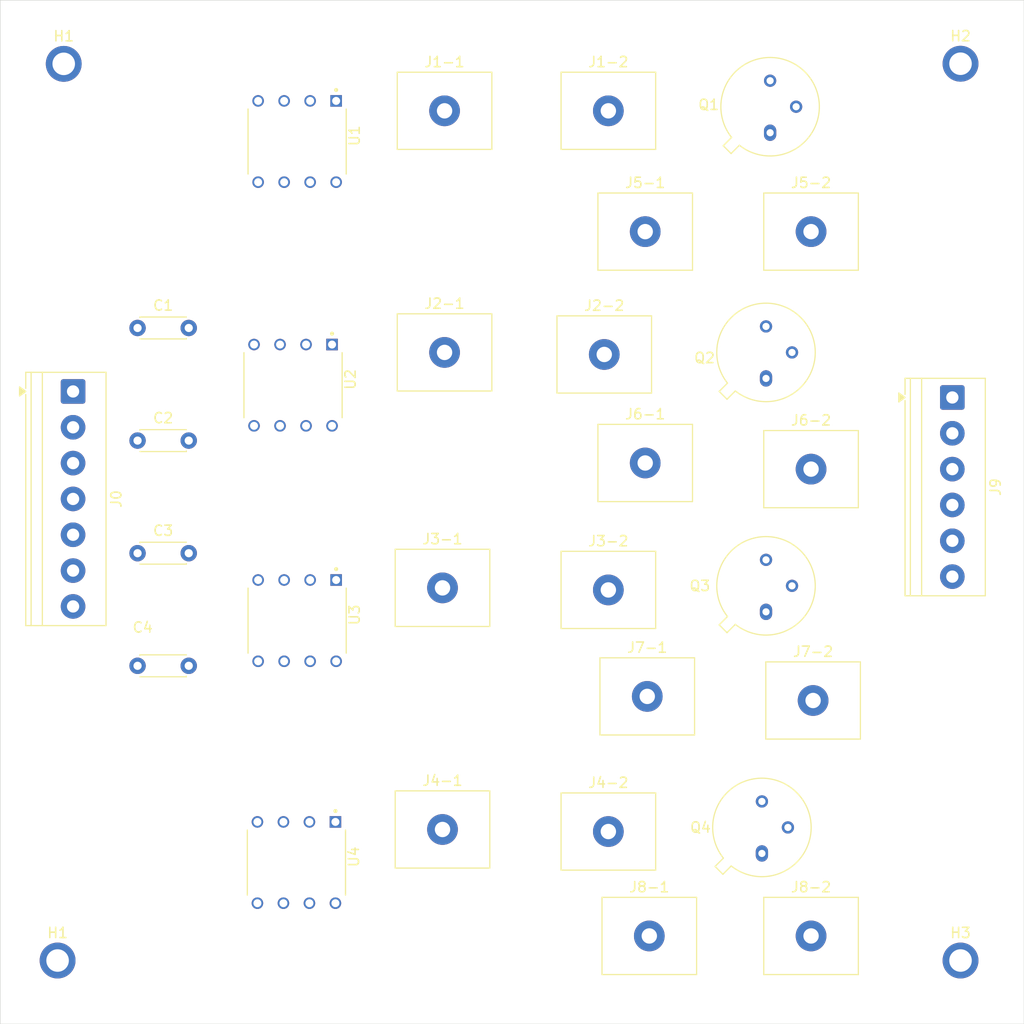
<source format=kicad_pcb>
(kicad_pcb (version 20241229) (generator "pcbnew") (generator_version "9.0")
  (layers (0 "F.Cu" signal) (2 "B.Cu" signal) (13 "F.Paste" user) (15 "B.Paste" user) (5 "F.SilkS" user "F.Silkscreen") (7 "B.SilkS" user "B.Silkscreen") (1 "F.Mask" user) (3 "B.Mask" user) (25 "Edge.Cuts" user))
  (net 0 "")
  (net 1 "GNDREF")
  (net 2 "Net-(J0-Pin_4)")
  (net 3 "Net-(J0-Pin_5)")
  (net 4 "Net-(J0-Pin_6)")
  (net 5 "Net-(J0-Pin_7)")
  (net 6 "Net-(J0-Pin_1)")
  (net 7 "Net-(J0-Pin_2)")
  (net 8 "Net-(J1-1-Pin_1)")
  (net 9 "Net-(J1-2-Pin_1)")
  (net 10 "Net-(J2-1-Pin_1)")
  (net 11 "Net-(J2-2-Pin_1)")
  (net 12 "Net-(J3-1-Pin_1)")
  (net 13 "Net-(J3-2-Pin_1)")
  (net 14 "Net-(J4-1-Pin_1)")
  (net 15 "Net-(J4-2-Pin_1)")
  (net 16 "Net-(J5-2-Pin_1)")
  (net 17 "Net-(J6-2-Pin_1)")
  (net 18 "Net-(J7-2-Pin_1)")
  (net 19 "Net-(J8-2-Pin_1)")
  (net 20 "Net-(J9-Pin_1)")
  (footprint "Capacitor_THT:C_Disc_D4.3mm_W1.9mm_P5.00mm" (layer "F.Cu") (at 13.412 54.012)
    (property "Reference" "C3" (at 2.5 -2.2 0) (layer "F.SilkS"))
    (property "Value" "10nF")
    (fp_line (start 0.23 -1.07) (end 4.77 -1.07) (stroke (width 0.12)) (layer "F.SilkS"))
    (fp_line (start 0.23 -1.014) (end 0.23 -1.07) (stroke (width 0.12)) (layer "F.SilkS"))
    (fp_line (start 4.77 1.014) (end 4.77 1.07) (stroke (width 0.12)) (layer "F.SilkS"))
    (fp_line (start 4.77 1.07) (end 0.23 1.07) (stroke (width 0.12)) (layer "F.SilkS"))
    (pad "1" thru_hole circle (at 0 0) (size 1.6 1.6) (drill 0.8) (layers "*.Cu" "*.Mask") (net 4 "Net-(J0-Pin_6)"))
    (pad "2" thru_hole circle (at 5 0) (size 1.6 1.6) (drill 0.8) (layers "*.Cu" "*.Mask") (net 1 "GNDREF"))
  )
  (footprint "TerminalBlock_MetzConnect:TerminalBlock_MetzConnect_360271_1x01_Horizontal_ScrewM3.0_Boxed" (layer "F.Cu") (at 63 22.6)
    (property "Reference" "J5-1" (at 0 -4.77 0) (layer "F.SilkS"))
    (property "Value" "Screw_Terminal_01x01" (hide yes))
    (fp_line (start -4.62 -3.77) (end 4.62 -3.77) (stroke (width 0.12)) (layer "F.SilkS"))
    (fp_line (start -4.62 3.77) (end -4.62 -3.77) (stroke (width 0.12)) (layer "F.SilkS"))
    (fp_line (start 4.62 -3.77) (end 4.62 3.77) (stroke (width 0.12)) (layer "F.SilkS"))
    (fp_line (start 4.62 3.77) (end -4.62 3.77) (stroke (width 0.12)) (layer "F.SilkS"))
    (pad "1" thru_hole circle (at 0 0) (size 3 3) (drill 1.5) (layers "*.Cu" "*.Mask") (net 1 "GNDREF"))
  )
  (footprint "Package_TO_SOT_THT:TO-39-3" (layer "F.Cu") (at 75.2 12.94 90)
    (property "Reference" "Q1" (at 2.73 -6 180) (layer "F.SilkS"))
    (property "Value" "2N2222")
    (fp_line (start -1.271018 -4.574693) (end -2.034693 -3.811018) (stroke (width 0.12)) (layer "F.SilkS"))
    (fp_line (start -2.034693 -3.811018) (end -1.22152 -2.997844) (stroke (width 0.12)) (layer "F.SilkS"))
    (fp_line (start -0.457844 -3.76152) (end -1.271018 -4.574693) (stroke (width 0.12)) (layer "F.SilkS"))
    (fp_arc (start -0.457844 -3.76152) (mid 5.941184 3.401184) (end -1.22152 -2.997844) (stroke (width 0.12)) (layer "F.SilkS"))
    (pad "1" thru_hole oval (at 0 0 90) (size 1.6 1.2) (drill 0.7) (layers "*.Cu" "*.Mask") (net 16 "Net-(J5-2-Pin_1)"))
    (pad "2" thru_hole circle (at 2.54 2.54 90) (size 1.2 1.2) (drill 0.7) (layers "*.Cu" "*.Mask") (net 9 "Net-(J1-2-Pin_1)"))
    (pad "3" thru_hole circle (at 5.08 0 90) (size 1.2 1.2) (drill 0.7) (layers "*.Cu" "*.Mask") (net 20 "Net-(J9-Pin_1)"))
  )
  (footprint "LM741_TH:LM741_TH" (layer "F.Cu") (at 29 60.6 -90)
    (property "Reference" "U3" (at -0.565 -5.607 270) (layer "F.SilkS"))
    (property "Value" "LM741")
    (fp_line (start -3.175 4.795) (end 3.175 4.795) (stroke (width 0.127)) (layer "F.SilkS"))
    (fp_line (start -3.175 -4.795) (end 3.175 -4.795) (stroke (width 0.127)) (layer "F.SilkS"))
    (fp_circle (center -5.035 -3.81) (end -4.935 -3.81) (stroke (width 0.2)) (fill no) (layer "F.SilkS"))
    (pad "1" thru_hole rect (at -3.97 -3.81 270) (size 1.13 1.13) (drill 0.78) (layers "*.Cu" "*.Mask"))
    (pad "2" thru_hole circle (at -3.97 -1.27 270) (size 1.13 1.13) (drill 0.78) (layers "*.Cu" "*.Mask") (net 12 "Net-(J3-1-Pin_1)"))
    (pad "3" thru_hole circle (at -3.97 1.27 270) (size 1.13 1.13) (drill 0.78) (layers "*.Cu" "*.Mask") (net 4 "Net-(J0-Pin_6)"))
    (pad "4" thru_hole circle (at -3.97 3.81 270) (size 1.13 1.13) (drill 0.78) (layers "*.Cu" "*.Mask") (net 7 "Net-(J0-Pin_2)"))
    (pad "5" thru_hole circle (at 3.97 3.81 270) (size 1.13 1.13) (drill 0.78) (layers "*.Cu" "*.Mask"))
    (pad "6" thru_hole circle (at 3.97 1.27 270) (size 1.13 1.13) (drill 0.78) (layers "*.Cu" "*.Mask") (net 12 "Net-(J3-1-Pin_1)"))
    (pad "7" thru_hole circle (at 3.97 -1.27 270) (size 1.13 1.13) (drill 0.78) (layers "*.Cu" "*.Mask") (net 6 "Net-(J0-Pin_1)"))
    (pad "8" thru_hole circle (at 3.97 -3.81 270) (size 1.13 1.13) (drill 0.78) (layers "*.Cu" "*.Mask"))
  )
  (footprint "MountingHole:MountingHole_2.2mm_M2_ISO7380_Pad" (layer "F.Cu") (at 5.6 93.8)
    (property "Reference" "H1" (at 0 -2.7 0) (layer "F.SilkS"))
    (property "Value" "MountingHole_2.2mm_M2_ISO7380_Pad" (hide yes))
    (pad "4" thru_hole circle (at 0 0) (size 3.5 3.5) (drill 2.2) (layers "*.Cu" "*.Mask"))
  )
  (footprint "TerminalBlock_MetzConnect:TerminalBlock_MetzConnect_360271_1x01_Horizontal_ScrewM3.0_Boxed" (layer "F.Cu") (at 79.4 68.4)
    (property "Reference" "J7-2" (at 0 -4.77 0) (layer "F.SilkS"))
    (property "Value" "Screw_Terminal_01x01" (hide yes))
    (fp_line (start -4.62 -3.77) (end 4.62 -3.77) (stroke (width 0.12)) (layer "F.SilkS"))
    (fp_line (start -4.62 3.77) (end -4.62 -3.77) (stroke (width 0.12)) (layer "F.SilkS"))
    (fp_line (start 4.62 -3.77) (end 4.62 3.77) (stroke (width 0.12)) (layer "F.SilkS"))
    (fp_line (start 4.62 3.77) (end -4.62 3.77) (stroke (width 0.12)) (layer "F.SilkS"))
    (pad "1" thru_hole circle (at 0 0) (size 3 3) (drill 1.5) (layers "*.Cu" "*.Mask") (net 18 "Net-(J7-2-Pin_1)"))
  )
  (footprint "TerminalBlock_MetzConnect:TerminalBlock_MetzConnect_360271_1x01_Horizontal_ScrewM3.0_Boxed" (layer "F.Cu") (at 59 34.6)
    (property "Reference" "J2-2" (at 0 -4.77 0) (layer "F.SilkS"))
    (property "Value" "Screw_Terminal_01x01" (hide yes))
    (fp_line (start -4.62 -3.77) (end 4.62 -3.77) (stroke (width 0.12)) (layer "F.SilkS"))
    (fp_line (start -4.62 3.77) (end -4.62 -3.77) (stroke (width 0.12)) (layer "F.SilkS"))
    (fp_line (start 4.62 -3.77) (end 4.62 3.77) (stroke (width 0.12)) (layer "F.SilkS"))
    (fp_line (start 4.62 3.77) (end -4.62 3.77) (stroke (width 0.12)) (layer "F.SilkS"))
    (pad "1" thru_hole circle (at 0 0) (size 3 3) (drill 1.5) (layers "*.Cu" "*.Mask") (net 11 "Net-(J2-2-Pin_1)"))
  )
  (footprint "TerminalBlock_MetzConnect:TerminalBlock_MetzConnect_360271_1x01_Horizontal_ScrewM3.0_Boxed" (layer "F.Cu") (at 79.2 22.6)
    (property "Reference" "J5-2" (at 0 -4.77 0) (layer "F.SilkS"))
    (property "Value" "Screw_Terminal_01x01" (hide yes))
    (fp_line (start -4.62 -3.77) (end 4.62 -3.77) (stroke (width 0.12)) (layer "F.SilkS"))
    (fp_line (start -4.62 3.77) (end -4.62 -3.77) (stroke (width 0.12)) (layer "F.SilkS"))
    (fp_line (start 4.62 -3.77) (end 4.62 3.77) (stroke (width 0.12)) (layer "F.SilkS"))
    (fp_line (start 4.62 3.77) (end -4.62 3.77) (stroke (width 0.12)) (layer "F.SilkS"))
    (pad "1" thru_hole circle (at 0 0) (size 3 3) (drill 1.5) (layers "*.Cu" "*.Mask") (net 16 "Net-(J5-2-Pin_1)"))
  )
  (footprint "LM741_TH:LM741_TH" (layer "F.Cu") (at 28.93 84.23 -90)
    (property "Reference" "U4" (at -0.565 -5.607 270) (layer "F.SilkS"))
    (property "Value" "LM741")
    (fp_line (start -3.175 4.795) (end 3.175 4.795) (stroke (width 0.127)) (layer "F.SilkS"))
    (fp_line (start -3.175 -4.795) (end 3.175 -4.795) (stroke (width 0.127)) (layer "F.SilkS"))
    (fp_circle (center -5.035 -3.81) (end -4.935 -3.81) (stroke (width 0.2)) (fill no) (layer "F.SilkS"))
    (pad "1" thru_hole rect (at -3.97 -3.81 270) (size 1.13 1.13) (drill 0.78) (layers "*.Cu" "*.Mask"))
    (pad "2" thru_hole circle (at -3.97 -1.27 270) (size 1.13 1.13) (drill 0.78) (layers "*.Cu" "*.Mask") (net 14 "Net-(J4-1-Pin_1)"))
    (pad "3" thru_hole circle (at -3.97 1.27 270) (size 1.13 1.13) (drill 0.78) (layers "*.Cu" "*.Mask") (net 5 "Net-(J0-Pin_7)"))
    (pad "4" thru_hole circle (at -3.97 3.81 270) (size 1.13 1.13) (drill 0.78) (layers "*.Cu" "*.Mask") (net 7 "Net-(J0-Pin_2)"))
    (pad "5" thru_hole circle (at 3.97 3.81 270) (size 1.13 1.13) (drill 0.78) (layers "*.Cu" "*.Mask"))
    (pad "6" thru_hole circle (at 3.97 1.27 270) (size 1.13 1.13) (drill 0.78) (layers "*.Cu" "*.Mask") (net 14 "Net-(J4-1-Pin_1)"))
    (pad "7" thru_hole circle (at 3.97 -1.27 270) (size 1.13 1.13) (drill 0.78) (layers "*.Cu" "*.Mask") (net 6 "Net-(J0-Pin_1)"))
    (pad "8" thru_hole circle (at 3.97 -3.81 270) (size 1.13 1.13) (drill 0.78) (layers "*.Cu" "*.Mask"))
  )
  (footprint "Package_TO_SOT_THT:TO-39-3" (layer "F.Cu") (at 74.8 59.74 90)
    (property "Reference" "Q3" (at 2.54 -6.46 180) (layer "F.SilkS"))
    (property "Value" "2N2222")
    (fp_line (start -1.271018 -4.574693) (end -2.034693 -3.811018) (stroke (width 0.12)) (layer "F.SilkS"))
    (fp_line (start -2.034693 -3.811018) (end -1.22152 -2.997844) (stroke (width 0.12)) (layer "F.SilkS"))
    (fp_line (start -0.457844 -3.76152) (end -1.271018 -4.574693) (stroke (width 0.12)) (layer "F.SilkS"))
    (fp_arc (start -0.457844 -3.76152) (mid 5.941184 3.401184) (end -1.22152 -2.997844) (stroke (width 0.12)) (layer "F.SilkS"))
    (pad "1" thru_hole oval (at 0 0 90) (size 1.6 1.2) (drill 0.7) (layers "*.Cu" "*.Mask") (net 18 "Net-(J7-2-Pin_1)"))
    (pad "2" thru_hole circle (at 2.54 2.54 90) (size 1.2 1.2) (drill 0.7) (layers "*.Cu" "*.Mask") (net 13 "Net-(J3-2-Pin_1)"))
    (pad "3" thru_hole circle (at 5.08 0 90) (size 1.2 1.2) (drill 0.7) (layers "*.Cu" "*.Mask") (net 20 "Net-(J9-Pin_1)"))
  )
  (footprint "TerminalBlock_MetzConnect:TerminalBlock_MetzConnect_360271_1x01_Horizontal_ScrewM3.0_Boxed" (layer "F.Cu") (at 63.2 68)
    (property "Reference" "J7-1" (at 0 -4.77 0) (layer "F.SilkS"))
    (property "Value" "Screw_Terminal_01x01" (hide yes))
    (fp_line (start -4.62 -3.77) (end 4.62 -3.77) (stroke (width 0.12)) (layer "F.SilkS"))
    (fp_line (start -4.62 3.77) (end -4.62 -3.77) (stroke (width 0.12)) (layer "F.SilkS"))
    (fp_line (start 4.62 -3.77) (end 4.62 3.77) (stroke (width 0.12)) (layer "F.SilkS"))
    (fp_line (start 4.62 3.77) (end -4.62 3.77) (stroke (width 0.12)) (layer "F.SilkS"))
    (pad "1" thru_hole circle (at 0 0) (size 3 3) (drill 1.5) (layers "*.Cu" "*.Mask") (net 1 "GNDREF"))
  )
  (footprint "TerminalBlock_MetzConnect:TerminalBlock_MetzConnect_360271_1x01_Horizontal_ScrewM3.0_Boxed" (layer "F.Cu") (at 43.4 10.8)
    (property "Reference" "J1-1" (at 0 -4.77 0) (layer "F.SilkS"))
    (property "Value" "Screw_Terminal_01x01" (hide yes))
    (fp_line (start -4.62 -3.77) (end 4.62 -3.77) (stroke (width 0.12)) (layer "F.SilkS"))
    (fp_line (start -4.62 3.77) (end -4.62 -3.77) (stroke (width 0.12)) (layer "F.SilkS"))
    (fp_line (start 4.62 -3.77) (end 4.62 3.77) (stroke (width 0.12)) (layer "F.SilkS"))
    (fp_line (start 4.62 3.77) (end -4.62 3.77) (stroke (width 0.12)) (layer "F.SilkS"))
    (pad "1" thru_hole circle (at 0 0) (size 3 3) (drill 1.5) (layers "*.Cu" "*.Mask") (net 8 "Net-(J1-1-Pin_1)"))
  )
  (footprint "TerminalBlock_MetzConnect:TerminalBlock_MetzConnect_360271_1x01_Horizontal_ScrewM3.0_Boxed" (layer "F.Cu") (at 79.2 45.8)
    (property "Reference" "J6-2" (at 0 -4.77 0) (layer "F.SilkS"))
    (property "Value" "Screw_Terminal_01x01" (hide yes))
    (fp_line (start -4.62 -3.77) (end 4.62 -3.77) (stroke (width 0.12)) (layer "F.SilkS"))
    (fp_line (start -4.62 3.77) (end -4.62 -3.77) (stroke (width 0.12)) (layer "F.SilkS"))
    (fp_line (start 4.62 -3.77) (end 4.62 3.77) (stroke (width 0.12)) (layer "F.SilkS"))
    (fp_line (start 4.62 3.77) (end -4.62 3.77) (stroke (width 0.12)) (layer "F.SilkS"))
    (pad "1" thru_hole circle (at 0 0) (size 3 3) (drill 1.5) (layers "*.Cu" "*.Mask") (net 17 "Net-(J6-2-Pin_1)"))
  )
  (footprint "Capacitor_THT:C_Disc_D4.3mm_W1.9mm_P5.00mm" (layer "F.Cu") (at 13.412 43.012)
    (property "Reference" "C2" (at 2.5 -2.2 0) (layer "F.SilkS"))
    (property "Value" "10nF")
    (fp_line (start 0.23 -1.07) (end 4.77 -1.07) (stroke (width 0.12)) (layer "F.SilkS"))
    (fp_line (start 0.23 -1.014) (end 0.23 -1.07) (stroke (width 0.12)) (layer "F.SilkS"))
    (fp_line (start 4.77 1.014) (end 4.77 1.07) (stroke (width 0.12)) (layer "F.SilkS"))
    (fp_line (start 4.77 1.07) (end 0.23 1.07) (stroke (width 0.12)) (layer "F.SilkS"))
    (pad "1" thru_hole circle (at 0 0) (size 1.6 1.6) (drill 0.8) (layers "*.Cu" "*.Mask") (net 3 "Net-(J0-Pin_5)"))
    (pad "2" thru_hole circle (at 5 0) (size 1.6 1.6) (drill 0.8) (layers "*.Cu" "*.Mask") (net 1 "GNDREF"))
  )
  (footprint "TerminalBlock_MetzConnect:TerminalBlock_MetzConnect_360271_1x01_Horizontal_ScrewM3.0_Boxed" (layer "F.Cu") (at 59.4 57.6)
    (property "Reference" "J3-2" (at 0 -4.77 0) (layer "F.SilkS"))
    (property "Value" "Screw_Terminal_01x01" (hide yes))
    (fp_line (start -4.62 -3.77) (end 4.62 -3.77) (stroke (width 0.12)) (layer "F.SilkS"))
    (fp_line (start -4.62 3.77) (end -4.62 -3.77) (stroke (width 0.12)) (layer "F.SilkS"))
    (fp_line (start 4.62 -3.77) (end 4.62 3.77) (stroke (width 0.12)) (layer "F.SilkS"))
    (fp_line (start 4.62 3.77) (end -4.62 3.77) (stroke (width 0.12)) (layer "F.SilkS"))
    (pad "1" thru_hole circle (at 0 0) (size 3 3) (drill 1.5) (layers "*.Cu" "*.Mask") (net 13 "Net-(J3-2-Pin_1)"))
  )
  (footprint "TerminalBlock_MetzConnect:TerminalBlock_MetzConnect_360271_1x01_Horizontal_ScrewM3.0_Boxed" (layer "F.Cu") (at 59.4 81.2)
    (property "Reference" "J4-2" (at 0 -4.77 0) (layer "F.SilkS"))
    (property "Value" "Screw_Terminal_01x01" (hide yes))
    (fp_line (start -4.62 -3.77) (end 4.62 -3.77) (stroke (width 0.12)) (layer "F.SilkS"))
    (fp_line (start -4.62 3.77) (end -4.62 -3.77) (stroke (width 0.12)) (layer "F.SilkS"))
    (fp_line (start 4.62 -3.77) (end 4.62 3.77) (stroke (width 0.12)) (layer "F.SilkS"))
    (fp_line (start 4.62 3.77) (end -4.62 3.77) (stroke (width 0.12)) (layer "F.SilkS"))
    (pad "1" thru_hole circle (at 0 0) (size 3 3) (drill 1.5) (layers "*.Cu" "*.Mask") (net 15 "Net-(J4-2-Pin_1)"))
  )
  (footprint "TerminalBlock_MetzConnect:TerminalBlock_MetzConnect_360271_1x01_Horizontal_ScrewM3.0_Boxed" (layer "F.Cu") (at 79.2 91.4)
    (property "Reference" "J8-2" (at 0 -4.77 0) (layer "F.SilkS"))
    (property "Value" "Screw_Terminal_01x01" (hide yes))
    (fp_line (start -4.62 -3.77) (end 4.62 -3.77) (stroke (width 0.12)) (layer "F.SilkS"))
    (fp_line (start -4.62 3.77) (end -4.62 -3.77) (stroke (width 0.12)) (layer "F.SilkS"))
    (fp_line (start 4.62 -3.77) (end 4.62 3.77) (stroke (width 0.12)) (layer "F.SilkS"))
    (fp_line (start 4.62 3.77) (end -4.62 3.77) (stroke (width 0.12)) (layer "F.SilkS"))
    (pad "1" thru_hole circle (at 0 0) (size 3 3) (drill 1.5) (layers "*.Cu" "*.Mask") (net 19 "Net-(J8-2-Pin_1)"))
  )
  (footprint "Capacitor_THT:C_Disc_D4.3mm_W1.9mm_P5.00mm" (layer "F.Cu") (at 13.412 65.012)
    (property "Reference" "C4" (at 0.5 -3.75 0) (layer "F.SilkS"))
    (property "Value" "10nF")
    (fp_line (start 0.23 -1.07) (end 4.77 -1.07) (stroke (width 0.12)) (layer "F.SilkS"))
    (fp_line (start 0.23 -1.014) (end 0.23 -1.07) (stroke (width 0.12)) (layer "F.SilkS"))
    (fp_line (start 4.77 1.014) (end 4.77 1.07) (stroke (width 0.12)) (layer "F.SilkS"))
    (fp_line (start 4.77 1.07) (end 0.23 1.07) (stroke (width 0.12)) (layer "F.SilkS"))
    (pad "1" thru_hole circle (at 0 0) (size 1.6 1.6) (drill 0.8) (layers "*.Cu" "*.Mask") (net 5 "Net-(J0-Pin_7)"))
    (pad "2" thru_hole circle (at 5 0) (size 1.6 1.6) (drill 0.8) (layers "*.Cu" "*.Mask") (net 1 "GNDREF"))
  )
  (footprint "TerminalBlock_Phoenix:TerminalBlock_Phoenix_PT-1,5-7-3.5-H_1x07_P3.50mm_Horizontal" (layer "F.Cu") (at 7.112 38.212 -90)
    (property "Reference" "J0" (at 10.5 -4.22 90) (layer "F.SilkS"))
    (property "Value" "Screw_Terminal_01x07" (hide yes))
    (fp_line (start -1.87 4.62) (end -1.87 -3.22) (stroke (width 0.12)) (layer "F.SilkS"))
    (fp_line (start -0.3 4.62) (end -1.87 4.62) (stroke (width 0.12)) (layer "F.SilkS"))
    (fp_line (start 22.87 4.62) (end 0.3 4.62) (stroke (width 0.12)) (layer "F.SilkS"))
    (fp_line (start -1.87 4.1) (end 22.87 4.1) (stroke (width 0.12)) (layer "F.SilkS"))
    (fp_line (start -1.87 3) (end 22.87 3) (stroke (width 0.12)) (layer "F.SilkS"))
    (fp_line (start -1.87 -3.22) (end 22.87 -3.22) (stroke (width 0.12)) (layer "F.SilkS"))
    (fp_line (start 22.87 -3.22) (end 22.87 4.62) (stroke (width 0.12)) (layer "F.SilkS"))
    (fp_poly (pts (xy 0 4.62) (xy 0.44 5.23) (xy -0.44 5.23)) (stroke (width 0.12)) (fill yes) (layer "F.SilkS"))
    (pad "1" thru_hole roundrect (at 0 0 270) (size 2.4 2.4) (drill 1.2) (layers "*.Cu" "*.Mask") (roundrect_rratio 0.104167) (net 6 "Net-(J0-Pin_1)"))
    (pad "2" thru_hole circle (at 3.5 0 270) (size 2.4 2.4) (drill 1.2) (layers "*.Cu" "*.Mask") (net 7 "Net-(J0-Pin_2)"))
    (pad "3" thru_hole circle (at 7 0 270) (size 2.4 2.4) (drill 1.2) (layers "*.Cu" "*.Mask") (net 1 "GNDREF"))
    (pad "4" thru_hole circle (at 10.5 0 270) (size 2.4 2.4) (drill 1.2) (layers "*.Cu" "*.Mask") (net 2 "Net-(J0-Pin_4)"))
    (pad "5" thru_hole circle (at 14 0 270) (size 2.4 2.4) (drill 1.2) (layers "*.Cu" "*.Mask") (net 3 "Net-(J0-Pin_5)"))
    (pad "6" thru_hole circle (at 17.5 0 270) (size 2.4 2.4) (drill 1.2) (layers "*.Cu" "*.Mask") (net 4 "Net-(J0-Pin_6)"))
    (pad "7" thru_hole circle (at 21 0 270) (size 2.4 2.4) (drill 1.2) (layers "*.Cu" "*.Mask") (net 5 "Net-(J0-Pin_7)"))
  )
  (footprint "MountingHole:MountingHole_2.2mm_M2_ISO7380_Pad" (layer "F.Cu") (at 93.8 93.8)
    (property "Reference" "H3" (at 0 -2.7 0) (layer "F.SilkS"))
    (property "Value" "MountingHole_2.2mm_M2_ISO7380_Pad" (hide yes))
    (pad "3" thru_hole circle (at 0 0) (size 3.5 3.5) (drill 2.2) (layers "*.Cu" "*.Mask"))
  )
  (footprint "TerminalBlock_MetzConnect:TerminalBlock_MetzConnect_360271_1x01_Horizontal_ScrewM3.0_Boxed" (layer "F.Cu") (at 43.2 57.4)
    (property "Reference" "J3-1" (at 0 -4.77 0) (layer "F.SilkS"))
    (property "Value" "Screw_Terminal_01x01" (hide yes))
    (fp_line (start -4.62 -3.77) (end 4.62 -3.77) (stroke (width 0.12)) (layer "F.SilkS"))
    (fp_line (start -4.62 3.77) (end -4.62 -3.77) (stroke (width 0.12)) (layer "F.SilkS"))
    (fp_line (start 4.62 -3.77) (end 4.62 3.77) (stroke (width 0.12)) (layer "F.SilkS"))
    (fp_line (start 4.62 3.77) (end -4.62 3.77) (stroke (width 0.12)) (layer "F.SilkS"))
    (pad "1" thru_hole circle (at 0 0) (size 3 3) (drill 1.5) (layers "*.Cu" "*.Mask") (net 12 "Net-(J3-1-Pin_1)"))
  )
  (footprint "LM741_TH:LM741_TH" (layer "F.Cu") (at 28.6 37.6 -90)
    (property "Reference" "U2" (at -0.565 -5.607 270) (layer "F.SilkS"))
    (property "Value" "LM741")
    (fp_line (start -3.175 4.795) (end 3.175 4.795) (stroke (width 0.127)) (layer "F.SilkS"))
    (fp_line (start -3.175 -4.795) (end 3.175 -4.795) (stroke (width 0.127)) (layer "F.SilkS"))
    (fp_circle (center -5.035 -3.81) (end -4.935 -3.81) (stroke (width 0.2)) (fill no) (layer "F.SilkS"))
    (pad "1" thru_hole rect (at -3.97 -3.81 270) (size 1.13 1.13) (drill 0.78) (layers "*.Cu" "*.Mask"))
    (pad "2" thru_hole circle (at -3.97 -1.27 270) (size 1.13 1.13) (drill 0.78) (layers "*.Cu" "*.Mask") (net 10 "Net-(J2-1-Pin_1)"))
    (pad "3" thru_hole circle (at -3.97 1.27 270) (size 1.13 1.13) (drill 0.78) (layers "*.Cu" "*.Mask") (net 3 "Net-(J0-Pin_5)"))
    (pad "4" thru_hole circle (at -3.97 3.81 270) (size 1.13 1.13) (drill 0.78) (layers "*.Cu" "*.Mask") (net 7 "Net-(J0-Pin_2)"))
    (pad "5" thru_hole circle (at 3.97 3.81 270) (size 1.13 1.13) (drill 0.78) (layers "*.Cu" "*.Mask"))
    (pad "6" thru_hole circle (at 3.97 1.27 270) (size 1.13 1.13) (drill 0.78) (layers "*.Cu" "*.Mask") (net 10 "Net-(J2-1-Pin_1)"))
    (pad "7" thru_hole circle (at 3.97 -1.27 270) (size 1.13 1.13) (drill 0.78) (layers "*.Cu" "*.Mask") (net 6 "Net-(J0-Pin_1)"))
    (pad "8" thru_hole circle (at 3.97 -3.81 270) (size 1.13 1.13) (drill 0.78) (layers "*.Cu" "*.Mask"))
  )
  (footprint "TerminalBlock_MetzConnect:TerminalBlock_MetzConnect_360271_1x01_Horizontal_ScrewM3.0_Boxed" (layer "F.Cu") (at 63.4 91.4)
    (property "Reference" "J8-1" (at 0 -4.77 0) (layer "F.SilkS"))
    (property "Value" "Screw_Terminal_01x01" (hide yes))
    (fp_line (start -4.62 -3.77) (end 4.62 -3.77) (stroke (width 0.12)) (layer "F.SilkS"))
    (fp_line (start -4.62 3.77) (end -4.62 -3.77) (stroke (width 0.12)) (layer "F.SilkS"))
    (fp_line (start 4.62 -3.77) (end 4.62 3.77) (stroke (width 0.12)) (layer "F.SilkS"))
    (fp_line (start 4.62 3.77) (end -4.62 3.77) (stroke (width 0.12)) (layer "F.SilkS"))
    (pad "1" thru_hole circle (at 0 0) (size 3 3) (drill 1.5) (layers "*.Cu" "*.Mask") (net 1 "GNDREF"))
  )
  (footprint "MountingHole:MountingHole_2.2mm_M2_ISO7380_Pad" (layer "F.Cu") (at 6.2 6.212)
    (property "Reference" "H1" (at 0 -2.7 0) (layer "F.SilkS"))
    (property "Value" "MountingHole_2.2mm_M2_ISO7380_Pad" (hide yes))
    (pad "1" thru_hole circle (at 0 0) (size 3.5 3.5) (drill 2.2) (layers "*.Cu" "*.Mask"))
  )
  (footprint "Capacitor_THT:C_Disc_D4.3mm_W1.9mm_P5.00mm" (layer "F.Cu") (at 13.412 32.012)
    (property "Reference" "C1" (at 2.5 -2.2 0) (layer "F.SilkS"))
    (property "Value" "10nF")
    (fp_line (start 0.23 -1.07) (end 4.77 -1.07) (stroke (width 0.12)) (layer "F.SilkS"))
    (fp_line (start 0.23 -1.014) (end 0.23 -1.07) (stroke (width 0.12)) (layer "F.SilkS"))
    (fp_line (start 4.77 1.014) (end 4.77 1.07) (stroke (width 0.12)) (layer "F.SilkS"))
    (fp_line (start 4.77 1.07) (end 0.23 1.07) (stroke (width 0.12)) (layer "F.SilkS"))
    (pad "1" thru_hole circle (at 0 0) (size 1.6 1.6) (drill 0.8) (layers "*.Cu" "*.Mask") (net 2 "Net-(J0-Pin_4)"))
    (pad "2" thru_hole circle (at 5 0) (size 1.6 1.6) (drill 0.8) (layers "*.Cu" "*.Mask") (net 1 "GNDREF"))
  )
  (footprint "Package_TO_SOT_THT:TO-39-3" (layer "F.Cu") (at 74.8 36.94 90)
    (property "Reference" "Q2" (at 2 -6 0) (layer "F.SilkS"))
    (property "Value" "2N2222")
    (fp_line (start -1.271018 -4.574693) (end -2.034693 -3.811018) (stroke (width 0.12)) (layer "F.SilkS"))
    (fp_line (start -2.034693 -3.811018) (end -1.22152 -2.997844) (stroke (width 0.12)) (layer "F.SilkS"))
    (fp_line (start -0.457844 -3.76152) (end -1.271018 -4.574693) (stroke (width 0.12)) (layer "F.SilkS"))
    (fp_arc (start -0.457844 -3.76152) (mid 5.941184 3.401184) (end -1.22152 -2.997844) (stroke (width 0.12)) (layer "F.SilkS"))
    (pad "1" thru_hole oval (at 0 0 90) (size 1.6 1.2) (drill 0.7) (layers "*.Cu" "*.Mask") (net 17 "Net-(J6-2-Pin_1)"))
    (pad "2" thru_hole circle (at 2.54 2.54 90) (size 1.2 1.2) (drill 0.7) (layers "*.Cu" "*.Mask") (net 11 "Net-(J2-2-Pin_1)"))
    (pad "3" thru_hole circle (at 5.08 0 90) (size 1.2 1.2) (drill 0.7) (layers "*.Cu" "*.Mask") (net 20 "Net-(J9-Pin_1)"))
  )
  (footprint "Package_TO_SOT_THT:TO-39-3" (layer "F.Cu") (at 74.4 83.34 90)
    (property "Reference" "Q4" (at 2.54 -6 180) (layer "F.SilkS"))
    (property "Value" "2N2222")
    (fp_line (start -1.271018 -4.574693) (end -2.034693 -3.811018) (stroke (width 0.12)) (layer "F.SilkS"))
    (fp_line (start -2.034693 -3.811018) (end -1.22152 -2.997844) (stroke (width 0.12)) (layer "F.SilkS"))
    (fp_line (start -0.457844 -3.76152) (end -1.271018 -4.574693) (stroke (width 0.12)) (layer "F.SilkS"))
    (fp_arc (start -0.457844 -3.76152) (mid 5.941184 3.401184) (end -1.22152 -2.997844) (stroke (width 0.12)) (layer "F.SilkS"))
    (pad "1" thru_hole oval (at 0 0 90) (size 1.6 1.2) (drill 0.7) (layers "*.Cu" "*.Mask") (net 19 "Net-(J8-2-Pin_1)"))
    (pad "2" thru_hole circle (at 2.54 2.54 90) (size 1.2 1.2) (drill 0.7) (layers "*.Cu" "*.Mask") (net 15 "Net-(J4-2-Pin_1)"))
    (pad "3" thru_hole circle (at 5.08 0 90) (size 1.2 1.2) (drill 0.7) (layers "*.Cu" "*.Mask") (net 20 "Net-(J9-Pin_1)"))
  )
  (footprint "TerminalBlock_MetzConnect:TerminalBlock_MetzConnect_360271_1x01_Horizontal_ScrewM3.0_Boxed" (layer "F.Cu") (at 43.2 81)
    (property "Reference" "J4-1" (at 0 -4.77 0) (layer "F.SilkS"))
    (property "Value" "Screw_Terminal_01x01" (hide yes))
    (fp_line (start -4.62 -3.77) (end 4.62 -3.77) (stroke (width 0.12)) (layer "F.SilkS"))
    (fp_line (start -4.62 3.77) (end -4.62 -3.77) (stroke (width 0.12)) (layer "F.SilkS"))
    (fp_line (start 4.62 -3.77) (end 4.62 3.77) (stroke (width 0.12)) (layer "F.SilkS"))
    (fp_line (start 4.62 3.77) (end -4.62 3.77) (stroke (width 0.12)) (layer "F.SilkS"))
    (pad "1" thru_hole circle (at 0 0) (size 3 3) (drill 1.5) (layers "*.Cu" "*.Mask") (net 14 "Net-(J4-1-Pin_1)"))
  )
  (footprint "MountingHole:MountingHole_2.2mm_M2_ISO7380_Pad" (layer "F.Cu") (at 93.8 6.2)
    (property "Reference" "H2" (at 0 -2.7 0) (layer "F.SilkS"))
    (property "Value" "MountingHole_2.2mm_M2_ISO7380_Pad" (hide yes))
    (pad "2" thru_hole circle (at 0 0) (size 3.5 3.5) (drill 2.2) (layers "*.Cu" "*.Mask"))
  )
  (footprint "TerminalBlock_MetzConnect:TerminalBlock_MetzConnect_360271_1x01_Horizontal_ScrewM3.0_Boxed" (layer "F.Cu") (at 43.4 34.4)
    (property "Reference" "J2-1" (at 0 -4.77 0) (layer "F.SilkS"))
    (property "Value" "Screw_Terminal_01x01" (hide yes))
    (fp_line (start -4.62 -3.77) (end 4.62 -3.77) (stroke (width 0.12)) (layer "F.SilkS"))
    (fp_line (start -4.62 3.77) (end -4.62 -3.77) (stroke (width 0.12)) (layer "F.SilkS"))
    (fp_line (start 4.62 -3.77) (end 4.62 3.77) (stroke (width 0.12)) (layer "F.SilkS"))
    (fp_line (start 4.62 3.77) (end -4.62 3.77) (stroke (width 0.12)) (layer "F.SilkS"))
    (pad "1" thru_hole circle (at 0 0) (size 3 3) (drill 1.5) (layers "*.Cu" "*.Mask") (net 10 "Net-(J2-1-Pin_1)"))
  )
  (footprint "LM741_TH:LM741_TH" (layer "F.Cu") (at 29 13.8 -90)
    (property "Reference" "U1" (at -0.565 -5.607 270) (layer "F.SilkS"))
    (property "Value" "LM741")
    (fp_line (start -3.175 4.795) (end 3.175 4.795) (stroke (width 0.127)) (layer "F.SilkS"))
    (fp_line (start -3.175 -4.795) (end 3.175 -4.795) (stroke (width 0.127)) (layer "F.SilkS"))
    (fp_circle (center -5.035 -3.81) (end -4.935 -3.81) (stroke (width 0.2)) (fill no) (layer "F.SilkS"))
    (pad "1" thru_hole rect (at -3.97 -3.81 270) (size 1.13 1.13) (drill 0.78) (layers "*.Cu" "*.Mask"))
    (pad "2" thru_hole circle (at -3.97 -1.27 270) (size 1.13 1.13) (drill 0.78) (layers "*.Cu" "*.Mask") (net 8 "Net-(J1-1-Pin_1)"))
    (pad "3" thru_hole circle (at -3.97 1.27 270) (size 1.13 1.13) (drill 0.78) (layers "*.Cu" "*.Mask") (net 2 "Net-(J0-Pin_4)"))
    (pad "4" thru_hole circle (at -3.97 3.81 270) (size 1.13 1.13) (drill 0.78) (layers "*.Cu" "*.Mask") (net 7 "Net-(J0-Pin_2)"))
    (pad "5" thru_hole circle (at 3.97 3.81 270) (size 1.13 1.13) (drill 0.78) (layers "*.Cu" "*.Mask"))
    (pad "6" thru_hole circle (at 3.97 1.27 270) (size 1.13 1.13) (drill 0.78) (layers "*.Cu" "*.Mask") (net 8 "Net-(J1-1-Pin_1)"))
    (pad "7" thru_hole circle (at 3.97 -1.27 270) (size 1.13 1.13) (drill 0.78) (layers "*.Cu" "*.Mask") (net 6 "Net-(J0-Pin_1)"))
    (pad "8" thru_hole circle (at 3.97 -3.81 270) (size 1.13 1.13) (drill 0.78) (layers "*.Cu" "*.Mask"))
  )
  (footprint "TerminalBlock_MetzConnect:TerminalBlock_MetzConnect_360271_1x01_Horizontal_ScrewM3.0_Boxed" (layer "F.Cu") (at 63 45.2)
    (property "Reference" "J6-1" (at 0 -4.77 0) (layer "F.SilkS"))
    (property "Value" "Screw_Terminal_01x01" (hide yes))
    (fp_line (start -4.62 -3.77) (end 4.62 -3.77) (stroke (width 0.12)) (layer "F.SilkS"))
    (fp_line (start -4.62 3.77) (end -4.62 -3.77) (stroke (width 0.12)) (layer "F.SilkS"))
    (fp_line (start 4.62 -3.77) (end 4.62 3.77) (stroke (width 0.12)) (layer "F.SilkS"))
    (fp_line (start 4.62 3.77) (end -4.62 3.77) (stroke (width 0.12)) (layer "F.SilkS"))
    (pad "1" thru_hole circle (at 0 0) (size 3 3) (drill 1.5) (layers "*.Cu" "*.Mask") (net 1 "GNDREF"))
  )
  (footprint "TerminalBlock_Phoenix:TerminalBlock_Phoenix_PT-1,5-6-3.5-H_1x06_P3.50mm_Horizontal" (layer "F.Cu") (at 93 38.8 -90)
    (property "Reference" "J9" (at 8.75 -4.22 90) (layer "F.SilkS"))
    (property "Value" "Screw_Terminal_01x06" (hide yes))
    (fp_line (start -1.87 4.62) (end -1.87 -3.22) (stroke (width 0.12)) (layer "F.SilkS"))
    (fp_line (start -0.3 4.62) (end -1.87 4.62) (stroke (width 0.12)) (layer "F.SilkS"))
    (fp_line (start 19.37 4.62) (end 0.3 4.62) (stroke (width 0.12)) (layer "F.SilkS"))
    (fp_line (start -1.87 4.1) (end 19.37 4.1) (stroke (width 0.12)) (layer "F.SilkS"))
    (fp_line (start -1.87 3) (end 19.37 3) (stroke (width 0.12)) (layer "F.SilkS"))
    (fp_line (start -1.87 -3.22) (end 19.37 -3.22) (stroke (width 0.12)) (layer "F.SilkS"))
    (fp_line (start 19.37 -3.22) (end 19.37 4.62) (stroke (width 0.12)) (layer "F.SilkS"))
    (fp_poly (pts (xy 0 4.62) (xy 0.44 5.23) (xy -0.44 5.23)) (stroke (width 0.12)) (fill yes) (layer "F.SilkS"))
    (pad "1" thru_hole roundrect (at 0 0 270) (size 2.4 2.4) (drill 1.2) (layers "*.Cu" "*.Mask") (roundrect_rratio 0.104167) (net 20 "Net-(J9-Pin_1)"))
    (pad "2" thru_hole circle (at 3.5 0 270) (size 2.4 2.4) (drill 1.2) (layers "*.Cu" "*.Mask") (net 1 "GNDREF"))
    (pad "3" thru_hole circle (at 7 0 270) (size 2.4 2.4) (drill 1.2) (layers "*.Cu" "*.Mask") (net 16 "Net-(J5-2-Pin_1)"))
    (pad "4" thru_hole circle (at 10.5 0 270) (size 2.4 2.4) (drill 1.2) (layers "*.Cu" "*.Mask") (net 17 "Net-(J6-2-Pin_1)"))
    (pad "5" thru_hole circle (at 14 0 270) (size 2.4 2.4) (drill 1.2) (layers "*.Cu" "*.Mask") (net 18 "Net-(J7-2-Pin_1)"))
    (pad "6" thru_hole circle (at 17.5 0 270) (size 2.4 2.4) (drill 1.2) (layers "*.Cu" "*.Mask") (net 19 "Net-(J8-2-Pin_1)"))
  )
  (footprint "TerminalBlock_MetzConnect:TerminalBlock_MetzConnect_360271_1x01_Horizontal_ScrewM3.0_Boxed" (layer "F.Cu") (at 59.4 10.8)
    (property "Reference" "J1-2" (at 0 -4.77 0) (layer "F.SilkS"))
    (property "Value" "Screw_Terminal_01x01" (hide yes))
    (fp_line (start -4.62 -3.77) (end 4.62 -3.77) (stroke (width 0.12)) (layer "F.SilkS"))
    (fp_line (start -4.62 3.77) (end -4.62 -3.77) (stroke (width 0.12)) (layer "F.SilkS"))
    (fp_line (start 4.62 -3.77) (end 4.62 3.77) (stroke (width 0.12)) (layer "F.SilkS"))
    (fp_line (start 4.62 3.77) (end -4.62 3.77) (stroke (width 0.12)) (layer "F.SilkS"))
    (pad "1" thru_hole circle (at 0 0) (size 3 3) (drill 1.5) (layers "*.Cu" "*.Mask") (net 9 "Net-(J1-2-Pin_1)"))
  )
  (gr_line (start 100 100) (end 0 100) (stroke (width 0.05)) (layer "Edge.Cuts"))
  (gr_line (start 0 0) (end 100 0) (stroke (width 0.05)) (layer "Edge.Cuts"))
  (gr_line (start 0 100) (end 0 0) (stroke (width 0.05)) (layer "Edge.Cuts"))
  (gr_line (start 100 0) (end 100 100) (stroke (width 0.05)) (layer "Edge.Cuts"))
)
</source>
